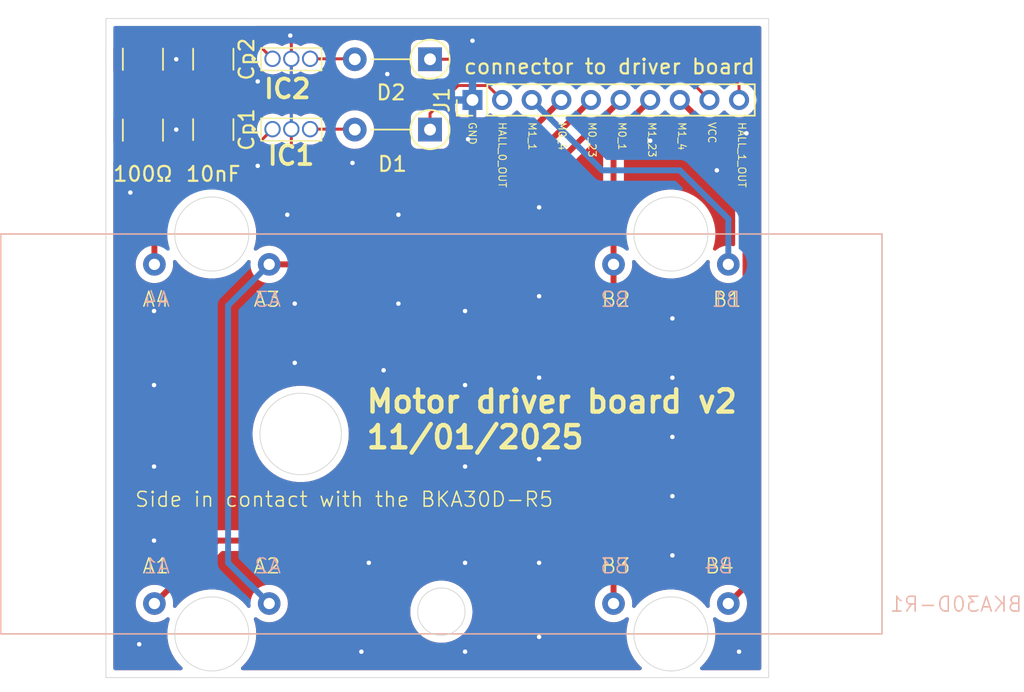
<source format=kicad_pcb>
(kicad_pcb (version 20240108) (generator "pcbnew") (generator_version "8.0")
  (layers (0 "F.Cu" signal) (31 "B.Cu" signal) (34 "B.Paste" user) (35 "F.Paste" user) (36 "B.SilkS" user "B.Silkscreen") (37 "F.SilkS" user "F.Silkscreen") (38 "B.Mask" user) (39 "F.Mask" user) (44 "Edge.Cuts" user))
  (net 0 "")
  (net 1 "Net-(D1-A)")
  (net 2 "Net-(IC1-VCC)")
  (net 3 "Net-(IC2-VCC)")
  (net 4 "GND")
  (net 5 "/HALL_0_OUT")
  (net 6 "/M1_4")
  (net 7 "/M1_23")
  (net 8 "/M1_1")
  (net 9 "/M0_1")
  (net 10 "/M0_4")
  (net 11 "/M0_23")
  (net 12 "VCC")
  (net 13 "Net-(D2-A)")
  (net 14 "/HALL_1_OUT")
  (footprint "Diode_THT:D_DO-35_SOD27_P5.08mm_Vertical_AnodeUp" (layer "F.Cu") (at 182.634315 31 180)
    (property "Reference" "D2" (at 2.634315 -2.25 0) (layer "F.SilkS"))
    (property "Value" "1N4148" (hide yes))
    (fp_line (start 1.326371 0) (end 3.98 0) (stroke (width 0.12)) (layer "F.SilkS"))
    (fp_circle (center 0 0) (end 1.326371 0) (stroke (width 0.12)) (fill none) (layer "F.SilkS"))
    (pad "1" thru_hole rect (at 0 0 180) (size 1.6 1.6) (drill 0.8) (layers "*.Cu" "*.Mask") (net 14 "/HALL_1_OUT"))
    (pad "2" thru_hole oval (at 5.08 0 180) (size 1.6 1.6) (drill 0.8) (layers "*.Cu" "*.Mask") (net 13 "Net-(D2-A)"))
  )
  (footprint "Resistor_SMD:R_1210_3225Metric" (layer "F.Cu") (at 163.25 35.7875 -90)
    (property "Reference" "Rv1" (hide yes))
    (property "Value" "100Ω" (at 2.9625 0 0) (layer "F.SilkS"))
    (fp_line (start -0.723737 1.355) (end 0.723737 1.355) (stroke (width 0.12)) (layer "F.SilkS"))
    (fp_line (start -0.723737 -1.355) (end 0.723737 -1.355) (stroke (width 0.12)) (layer "F.SilkS"))
    (pad "1" smd roundrect (at -1.4625 0 270) (size 1.125 2.65) (layers "F.Cu" "F.Paste" "F.Mask") (roundrect_rratio 0.222222) (net 12 "VCC"))
    (pad "2" smd roundrect (at 1.4625 0 270) (size 1.125 2.65) (layers "F.Cu" "F.Paste" "F.Mask") (roundrect_rratio 0.222222) (net 2 "Net-(IC1-VCC)"))
  )
  (footprint "Diode_THT:D_DO-35_SOD27_P5.08mm_Vertical_AnodeUp" (layer "F.Cu") (at 182.634315 35.75 180)
    (property "Reference" "D1" (at 2.54 -2.326371 0) (layer "F.SilkS"))
    (property "Value" "1N4148" (hide yes))
    (fp_line (start 1.326371 0) (end 3.98 0) (stroke (width 0.12)) (layer "F.SilkS"))
    (fp_circle (center 0 0) (end 1.326371 0) (stroke (width 0.12)) (fill none) (layer "F.SilkS"))
    (pad "1" thru_hole rect (at 0 0 180) (size 1.6 1.6) (drill 0.8) (layers "*.Cu" "*.Mask") (net 5 "/HALL_0_OUT"))
    (pad "2" thru_hole oval (at 5.08 0 180) (size 1.6 1.6) (drill 0.8) (layers "*.Cu" "*.Mask") (net 1 "Net-(D1-A)"))
  )
  (footprint "Samacsys:A1101EUAT" (layer "F.Cu") (at 172 35.72)
    (property "Reference" "IC1" (hide yes))
    (property "Value" "HAL1503UA-A" (hide yes))
    (fp_line (start -1.33 0) (end -1.33 0) (stroke (width 0.2)) (layer "F.SilkS"))
    (fp_line (start -1.23 0) (end -1.23 0) (stroke (width 0.2)) (layer "F.SilkS"))
    (fp_line (start -0.775 -0.73) (end 3.315 -0.73) (stroke (width 0.1)) (layer "F.SilkS"))
    (fp_line (start -0.775 0.79) (end -0.775 -0.73) (stroke (width 0.1)) (layer "F.SilkS"))
    (fp_line (start 3.315 -0.73) (end 3.315 0.79) (stroke (width 0.1)) (layer "F.SilkS"))
    (fp_line (start 3.315 0.79) (end -0.775 0.79) (stroke (width 0.1)) (layer "F.SilkS"))
    (fp_arc (start -1.33 0) (mid -1.28 -0.05) (end -1.23 0) (stroke (width 0.2)) (layer "F.SilkS"))
    (fp_arc (start -1.23 0) (mid -1.28 0.05) (end -1.33 0) (stroke (width 0.2)) (layer "F.SilkS"))
    (fp_text user "${REFERENCE}" (at 1.25 1.78 0) (layer "F.SilkS") (effects (font (size 1.27 1.27) (thickness 0.254))))
    (pad "1" thru_hole circle (at 0 0) (size 1.1 1.1) (drill 0.85) (layers "*.Cu" "*.Mask") (net 2 "Net-(IC1-VCC)"))
    (pad "2" thru_hole circle (at 1.27 0) (size 1.1 1.1) (drill 0.85) (layers "*.Cu" "*.Mask") (net 4 "GND"))
    (pad "3" thru_hole circle (at 2.54 0) (size 1.1 1.1) (drill 0.85) (layers "*.Cu" "*.Mask") (net 1 "Net-(D1-A)"))
  )
  (footprint "Capacitor_SMD:C_1210_3225Metric" (layer "F.Cu") (at 168 35.75 90)
    (property "Reference" "Cp1" (at 0 2.25 90) (layer "F.SilkS"))
    (property "Value" "10nF" (at -3 0 0) (layer "F.SilkS"))
    (fp_line (start -0.711252 -1.36) (end 0.711252 -1.36) (stroke (width 0.12)) (layer "F.SilkS"))
    (fp_line (start -0.711252 1.36) (end 0.711252 1.36) (stroke (width 0.12)) (layer "F.SilkS"))
    (pad "1" smd roundrect (at -1.475 0 90) (size 1.15 2.7) (layers "F.Cu" "F.Paste" "F.Mask") (roundrect_rratio 0.217391) (net 2 "Net-(IC1-VCC)"))
    (pad "2" smd roundrect (at 1.475 0 90) (size 1.15 2.7) (layers "F.Cu" "F.Paste" "F.Mask") (roundrect_rratio 0.217391) (net 4 "GND"))
  )
  (footprint "Resistor_SMD:R_1210_3225Metric" (layer "F.Cu") (at 163.25 31 90)
    (property "Reference" "Rv2" (hide yes))
    (property "Value" "100Ω" (hide yes))
    (fp_line (start -0.723737 -1.355) (end 0.723737 -1.355) (stroke (width 0.12)) (layer "F.SilkS"))
    (fp_line (start -0.723737 1.355) (end 0.723737 1.355) (stroke (width 0.12)) (layer "F.SilkS"))
    (pad "1" smd roundrect (at -1.4625 0 90) (size 1.125 2.65) (layers "F.Cu" "F.Paste" "F.Mask") (roundrect_rratio 0.222222) (net 12 "VCC"))
    (pad "2" smd roundrect (at 1.4625 0 90) (size 1.125 2.65) (layers "F.Cu" "F.Paste" "F.Mask") (roundrect_rratio 0.222222) (net 3 "Net-(IC2-VCC)"))
  )
  (footprint "Capacitor_SMD:C_1210_3225Metric" (layer "F.Cu") (at 168 31 -90)
    (property "Reference" "Cp2" (at 0 -2.25 90) (layer "F.SilkS"))
    (property "Value" "10nF" (hide yes))
    (fp_line (start -0.711252 1.36) (end 0.711252 1.36) (stroke (width 0.12)) (layer "F.SilkS"))
    (fp_line (start -0.711252 -1.36) (end 0.711252 -1.36) (stroke (width 0.12)) (layer "F.SilkS"))
    (pad "1" smd roundrect (at -1.475 0 270) (size 1.15 2.7) (layers "F.Cu" "F.Paste" "F.Mask") (roundrect_rratio 0.217391) (net 3 "Net-(IC2-VCC)"))
    (pad "2" smd roundrect (at 1.475 0 270) (size 1.15 2.7) (layers "F.Cu" "F.Paste" "F.Mask") (roundrect_rratio 0.217391) (net 4 "GND"))
  )
  (footprint "Connector_PinHeader_2.00mm:PinHeader_1x10_P2.00mm_Vertical" (layer "F.Cu") (at 185.5 33.75 90)
    (property "Reference" "J1" (at 0 -2.06 90) (layer "F.SilkS"))
    (property "Value" "connector to driver board" (at 2.25 9.25 180) (layer "F.SilkS"))
    (fp_line (start -1.06 -1.06) (end 0 -1.06) (stroke (width 0.12)) (layer "F.SilkS"))
    (fp_line (start -1.06 0) (end -1.06 -1.06) (stroke (width 0.12)) (layer "F.SilkS"))
    (fp_line (start 1.06 1) (end 1.06 19.06) (stroke (width 0.12)) (layer "F.SilkS"))
    (fp_line (start -1.06 1) (end 1.06 1) (stroke (width 0.12)) (layer "F.SilkS"))
    (fp_line (start -1.06 1) (end -1.06 19.06) (stroke (width 0.12)) (layer "F.SilkS"))
    (fp_line (start -1.06 19.06) (end 1.06 19.06) (stroke (width 0.12)) (layer "F.SilkS"))
    (pad "1" thru_hole rect (at 0 0 90) (size 1.35 1.35) (drill 0.8) (layers "*.Cu" "*.Mask") (net 4 "GND"))
    (pad "2" thru_hole oval (at 0 2 90) (size 1.35 1.35) (drill 0.8) (layers "*.Cu" "*.Mask") (net 5 "/HALL_0_OUT"))
    (pad "3" thru_hole oval (at 0 4 90) (size 1.35 1.35) (drill 0.8) (layers "*.Cu" "*.Mask") (net 8 "/M1_1"))
    (pad "4" thru_hole oval (at 0 6 90) (size 1.35 1.35) (drill 0.8) (layers "*.Cu" "*.Mask") (net 10 "/M0_4"))
    (pad "5" thru_hole oval (at 0 8 90) (size 1.35 1.35) (drill 0.8) (layers "*.Cu" "*.Mask") (net 11 "/M0_23"))
    (pad "6" thru_hole oval (at 0 10 90) (size 1.35 1.35) (drill 0.8) (layers "*.Cu" "*.Mask") (net 9 "/M0_1"))
    (pad "7" thru_hole oval (at 0 12 90) (size 1.35 1.35) (drill 0.8) (layers "*.Cu" "*.Mask") (net 7 "/M1_23"))
    (pad "8" thru_hole oval (at 0 14 90) (size 1.35 1.35) (drill 0.8) (layers "*.Cu" "*.Mask") (net 6 "/M1_4"))
    (pad "9" thru_hole oval (at 0 16 90) (size 1.35 1.35) (drill 0.8) (layers "*.Cu" "*.Mask") (net 12 "VCC"))
    (pad "10" thru_hole oval (at 0 18 90) (size 1.35 1.35) (drill 0.8) (layers "*.Cu" "*.Mask") (net 14 "/HALL_1_OUT"))
  )
  (footprint "Samacsys:A1101EUAT" (layer "F.Cu") (at 172 30.97)
    (property "Reference" "IC2" (hide yes))
    (property "Value" "HAL1503UA-A" (hide yes))
    (fp_line (start -1.33 0) (end -1.33 0) (stroke (width 0.2)) (layer "F.SilkS"))
    (fp_line (start -1.23 0) (end -1.23 0) (stroke (width 0.2)) (layer "F.SilkS"))
    (fp_line (start -0.775 -0.73) (end 3.315 -0.73) (stroke (width 0.1)) (layer "F.SilkS"))
    (fp_line (start -0.775 0.79) (end -0.775 -0.73) (stroke (width 0.1)) (layer "F.SilkS"))
    (fp_line (start 3.315 -0.73) (end 3.315 0.79) (stroke (width 0.1)) (layer "F.SilkS"))
    (fp_line (start 3.315 0.79) (end -0.775 0.79) (stroke (width 0.1)) (layer "F.SilkS"))
    (fp_arc (start -1.33 0) (mid -1.28 -0.05) (end -1.23 0) (stroke (width 0.2)) (layer "F.SilkS"))
    (fp_arc (start -1.23 0) (mid -1.28 0.05) (end -1.33 0) (stroke (width 0.2)) (layer "F.SilkS"))
    (fp_text user "${REFERENCE}" (at 1 2.03 0) (layer "F.SilkS") (effects (font (size 1.27 1.27) (thickness 0.254))))
    (pad "1" thru_hole circle (at 0 0) (size 1.1 1.1) (drill 0.85) (layers "*.Cu" "*.Mask") (net 3 "Net-(IC2-VCC)"))
    (pad "2" thru_hole circle (at 1.27 0) (size 1.1 1.1) (drill 0.85) (layers "*.Cu" "*.Mask") (net 4 "GND"))
    (pad "3" thru_hole circle (at 2.54 0) (size 1.1 1.1) (drill 0.85) (layers "*.Cu" "*.Mask") (net 13 "Net-(D2-A)"))
  )
  (footprint "perso:BKA30D-R5" (layer "B.Cu") (at 213.15 69.8 180)
    (property "Reference" "BKA30D-R1" (at -5 2 0) (layer "B.SilkS") (effects (font (thickness 0.1)) (justify mirror)))
    (property "Value" "~")
    (fp_line (start 59.5 27) (end 0 27) (stroke (width 0.1)) (layer "B.SilkS"))
    (fp_line (start 59.5 0) (end 59.5 27) (stroke (width 0.1)) (layer "B.SilkS"))
    (fp_line (start 0 27) (end 0 0) (stroke (width 0.1)) (layer "B.SilkS"))
    (fp_line (start 0 0) (end 59.5 0) (stroke (width 0.1)) (layer "B.SilkS"))
    (fp_circle (center 45.25 27) (end 47.75 27) (stroke (width 0.05)) (fill none) (layer "Edge.Cuts"))
    (fp_circle (center 45.25 0) (end 47.75 0) (stroke (width 0.05)) (fill none) (layer "Edge.Cuts"))
    (fp_circle (center 39.25 13.5) (end 42 13.5) (stroke (width 0.05)) (fill none) (layer "Edge.Cuts"))
    (fp_circle (center 29.75 1.5) (end 31.35 1.5) (stroke (width 0.05)) (fill none) (layer "Edge.Cuts"))
    (fp_circle (center 14.25 27) (end 16.75 27) (stroke (width 0.05)) (fill none) (layer "Edge.Cuts"))
    (fp_circle (center 14.25 0) (end 16.75 0) (stroke (width 0.05)) (fill none) (layer "Edge.Cuts"))
    (fp_text user "B3" (at 17 4 0) (layer "B.SilkS") (effects (font (thickness 0.1)) (justify left bottom mirror)))
    (fp_text user "A3" (at 40.5 22 0) (layer "B.SilkS") (effects (font (thickness 0.1)) (justify left bottom mirror)))
    (fp_text user "B2" (at 17 22 0) (layer "B.SilkS") (effects (font (thickness 0.1)) (justify left bottom mirror)))
    (fp_text user "B1" (at 9.5 22 0) (layer "B.SilkS") (effects (font (thickness 0.1)) (justify left bottom mirror)))
    (fp_text user "A4" (at 48 22 0) (layer "B.SilkS") (effects (font (thickness 0.1)) (justify left bottom mirror)))
    (fp_text user "A1" (at 48 4 0) (layer "B.SilkS") (effects (font (thickness 0.1)) (justify left bottom mirror)))
    (fp_text user "B4" (at 10 4 0) (layer "B.SilkS") (effects (font (thickness 0.1)) (justify left bottom mirror)))
    (fp_text user "A2" (at 40.5 4 0) (layer "B.SilkS") (effects (font (thickness 0.1)) (justify left bottom mirror)))
    (fp_text user "A2" (at 42.5 4 0) (layer "F.SilkS") (effects (font (thickness 0.1)) (justify left bottom)))
    (fp_text user "B3" (at 19 4 0) (layer "F.SilkS") (effects (font (thickness 0.1)) (justify left bottom)))
    (fp_text user "B1" (at 11.5 22 0) (layer "F.SilkS") (effects (font (thickness 0.1)) (justify left bottom)))
    (fp_text user "A3" (at 42.5 22 0) (layer "F.SilkS") (effects (font (thickness 0.1)) (justify left bottom)))
    (fp_text user "B4" (at 12 4 0) (layer "F.SilkS") (effects (font (thickness 0.1)) (justify left bottom)))
    (fp_text user "A1" (at 50 4 0) (layer "F.SilkS") (effects (font (thickness 0.1)) (justify left bottom)))
    (fp_text user "A4" (at 50 22 0) (layer "F.SilkS") (effects (font (thickness 0.1)) (justify left bottom)))
    (fp_text user "Side in contact with the BKA30D-R5" (at 50.5 8.5 0) (layer "F.SilkS") (effects (font (thickness 0.1)) (justify left bottom)))
    (fp_text user "B2" (at 19 22 0) (layer "F.SilkS") (effects (font (thickness 0.1)) (justify left bottom)))
    (pad "A1" thru_hole circle (at 49.125 2.05 180) (size 1.524 1.524) (drill 0.762) (layers "*.Cu" "*.Mask") (net 9 "/M0_1"))
    (pad "A2" thru_hole circle (at 41.375 2.05 180) (size 1.524 1.524) (drill 0.762) (layers "*.Cu" "*.Mask") (net 11 "/M0_23"))
    (pad "A3" thru_hole circle (at 41.375 24.95 180) (size 1.524 1.524) (drill 0.762) (layers "*.Cu" "*.Mask") (net 11 "/M0_23"))
    (pad "A4" thru_hole circle (at 49.125 24.95 180) (size 1.524 1.524) (drill 0.762) (layers "*.Cu" "*.Mask") (net 10 "/M0_4"))
    (pad "B1" thru_hole circle (at 10.375 24.95 180) (size 1.524 1.524) (drill 0.762) (layers "*.Cu" "*.Mask") (net 8 "/M1_1"))
    (pad "B2" thru_hole circle (at 18.125 24.95 180) (size 1.524 1.524) (drill 0.762) (layers "*.Cu" "*.Mask") (net 7 "/M1_23"))
    (pad "B3" thru_hole circle (at 18.125 2.05 180) (size 1.524 1.524) (drill 0.762) (layers "*.Cu" "*.Mask") (net 7 "/M1_23"))
    (pad "B4" thru_hole circle (at 10.375 2.05 180) (size 1.524 1.524) (drill 0.762) (layers "*.Cu" "*.Mask") (net 6 "/M1_4"))
  )
  (gr_rect (start 160.75 28.25) (end 205.5 72.75) (stroke (width 0.05)) (fill none) (layer "Edge.Cuts"))
  (gr_text "M0_1" (at 195.31111 35.2 270) (layer "F.SilkS") (effects (font (size 0.5 0.5) (thickness 0.07)) (justify left bottom)))
  (gr_text "HALL_0_OUT" (at 187.222222 35.2 270) (layer "F.SilkS") (effects (font (size 0.5 0.5) (thickness 0.07)) (justify left bottom)))
  (gr_text "M0_23" (at 193.288888 35.2 270) (layer "F.SilkS") (effects (font (size 0.5 0.5) (thickness 0.07)) (justify left bottom)))
  (gr_text "M1_23" (at 197.333332 35.2 270) (layer "F.SilkS") (effects (font (size 0.5 0.5) (thickness 0.07)) (justify left bottom)))
  (gr_text "GND" (at 185.2 35.2 270) (layer "F.SilkS") (effects (font (size 0.5 0.5) (thickness 0.07)) (justify left bottom)))
  (gr_text "HALL_1_OUT" (at 203.4 35.2 -90) (layer "F.SilkS") (effects (font (size 0.5 0.5) (thickness 0.07)) (justify left bottom)))
  (gr_text "Motor driver board v2\n11/01/2025" (at 178.2 57.4 0) (layer "F.SilkS") (effects (font (size 1.5 1.5) (thickness 0.3) (bold yes)) (justify left bottom)))
  (gr_text "M1_1" (at 189.244444 35.2 270) (layer "F.SilkS") (effects (font (size 0.5 0.5) (thickness 0.07)) (justify left bottom)))
  (gr_text "M0_4" (at 191.266666 35.2 270) (layer "F.SilkS") (effects (font (size 0.5 0.5) (thickness 0.07)) (justify left bottom)))
  (gr_text "M1_4" (at 199.355554 35.2 270) (layer "F.SilkS") (effects (font (size 0.5 0.5) (thickness 0.07)) (justify left bottom)))
  (gr_text "VCC" (at 201.377776 35.2 270) (layer "F.SilkS") (effects (font (size 0.5 0.5) (thickness 0.07)) (justify left bottom)))
  (segment (start 177.524315 35.72) (end 177.554315 35.75) (width 0.2) (layer "F.Cu") (net 1))
  (segment (start 174.54 35.72) (end 177.524315 35.72) (width 0.2) (layer "F.Cu") (net 1))
  (segment (start 163.25 37.25) (end 167.975 37.25) (width 0.2) (layer "F.Cu") (net 2))
  (segment (start 167.975 37.25) (end 168 37.225) (width 0.2) (layer "F.Cu") (net 2))
  (segment (start 168 37.225) (end 170.495 37.225) (width 0.2) (layer "F.Cu") (net 2))
  (segment (start 170.495 37.225) (end 172 35.72) (width 0.2) (layer "F.Cu") (net 2))
  (segment (start 170.555 29.525) (end 172 30.97) (width 0.2) (layer "F.Cu") (net 3))
  (segment (start 167.9875 29.5375) (end 168 29.525) (width 0.2) (layer "F.Cu") (net 3))
  (segment (start 163.25 29.5375) (end 167.9875 29.5375) (width 0.2) (layer "F.Cu") (net 3))
  (segment (start 168 29.525) (end 170.555 29.525) (width 0.2) (layer "F.Cu") (net 3))
  (segment (start 173.27 34.47) (end 173.075 34.275) (width 0.2) (layer "F.Cu") (net 4))
  (segment (start 173.1 32.5) (end 173.27 32.33) (width 0.2) (layer "F.Cu") (net 4))
  (segment (start 173.27 30.97) (end 173.27 29.47) (width 0.2) (layer "F.Cu") (net 4))
  (segment (start 172.4 38.2) (end 171 38.2) (width 0.2) (layer "F.Cu") (net 4))
  (segment (start 171 32.5) (end 173.1 32.5) (width 0.2) (layer "F.Cu") (net 4))
  (segment (start 173.27 35.72) (end 173.27 34.47) (width 0.2) (layer "F.Cu") (net 4))
  (segment (start 173.27 29.47) (end 173.2 29.4) (width 0.2) (layer "F.Cu") (net 4))
  (segment (start 173.27 32.33) (end 173.27 30.97) (width 0.2) (layer "F.Cu") (net 4))
  (segment (start 173.27 35.72) (end 173.27 37.33) (width 0.2) (layer "F.Cu") (net 4))
  (segment (start 173.075 34.275) (end 168 34.275) (width 0.2) (layer "F.Cu") (net 4))
  (segment (start 173.27 37.33) (end 172.4 38.2) (width 0.2) (layer "F.Cu") (net 4))
  (via (at 178.5 65) (size 0.6) (drill 0.3) (layers "F.Cu" "B.Cu") (net 4))
  (via (at 203.5 71) (size 0.6) (drill 0.3) (layers "F.Cu" "B.Cu") (net 4))
  (via (at 173.2 29.4) (size 0.6) (drill 0.3) (layers "F.Cu" "B.Cu") (net 4))
  (via (at 190 41) (size 0.6) (drill 0.3) (layers "F.Cu" "B.Cu") (net 4))
  (via (at 179.5 52) (size 0.6) (drill 0.3) (layers "F.Cu" "B.Cu") (net 4))
  (via (at 190 47) (size 0.6) (drill 0.3) (layers "F.Cu" "B.Cu") (net 4))
  (via (at 199 52.5) (size 0.6) (drill 0.3) (layers "F.Cu" "B.Cu") (net 4))
  (via (at 171 38.2) (size 0.6) (drill 0.3) (layers "F.Cu" "B.Cu") (net 4))
  (via (at 177.4 38) (size 0.6) (drill 0.3) (layers "F.Cu" "B.Cu") (net 4))
  (via (at 202 38.5) (size 0.6) (drill 0.3) (layers "F.Cu" "B.Cu") (net 4))
  (via (at 190 70) (size 0.6) (drill 0.3) (layers "F.Cu" "B.Cu") (net 4))
  (via (at 185 53) (size 0.6) (drill 0.3) (layers "F.Cu" "B.Cu") (net 4))
  (via (at 173.5 47.5) (size 0.6) (drill 0.3) (layers "F.Cu" "B.Cu") (net 4))
  (via (at 197.5 36.5) (size 0.6) (drill 0.3) (layers "F.Cu" "B.Cu") (net 4))
  (via (at 190 65) (size 0.6) (drill 0.3) (layers "F.Cu" "B.Cu") (net 4))
  (via (at 180.5 47.5) (size 0.6) (drill 0.3) (layers "F.Cu" "B.Cu") (net 4))
  (via (at 178 71) (size 0.6) (drill 0.3) (layers "F.Cu" "B.Cu") (net 4))
  (via (at 164 53) (size 0.6) (drill 0.3) (layers "F.Cu" "B.Cu") (net 4))
  (via (at 162.4 40) (size 0.6) (drill 0.3) (layers "F.Cu" "B.Cu") (net 4))
  (via (at 190 58) (size 0.6) (drill 0.3) (layers "F.Cu" "B.Cu") (net 4))
  (via (at 185 48) (size 0.6) (drill 0.3) (layers "F.Cu" "B.Cu") (net 4))
  (via (at 173.5 51.5) (size 0.6) (drill 0.3) (layers "F.Cu" "B.Cu") (net 4))
  (via (at 185.2 36.4) (size 0.6) (drill 0.3) (layers "F.Cu" "B.Cu") (net 4))
  (via (at 179.75 32) (size 0.6) (drill 0.3) (layers "F.Cu" "B.Cu") (net 4))
  (via (at 171 32.5) (size 0.6) (drill 0.3) (layers "F.Cu" "B.Cu") (net 4))
  (via (at 164 48) (size 0.6) (drill 0.3) (layers "F.Cu" "B.Cu") (net 4))
  (via (at 199 64.5) (size 0.6) (drill 0.3) (layers "F.Cu" "B.Cu") (net 4))
  (via (at 204 36) (size 0.6) (drill 0.3) (layers "F.Cu" "B.Cu") (net 4))
  (via (at 190 52.5) (size 0.6) (drill 0.3) (layers "F.Cu" "B.Cu") (net 4))
  (via (at 164 63.5) (size 0.6) (drill 0.3) (layers "F.Cu" "B.Cu") (net 4))
  (via (at 199 48.5) (size 0.6) (drill 0.3) (layers "F.Cu" "B.Cu") (net 4))
  (via (at 185 65) (size 0.6) (drill 0.3) (layers "F.Cu" "B.Cu") (net 4))
  (via (at 165.5 35.75) (size 0.6) (drill 0.3) (layers "F.Cu" "B.Cu") (net 4))
  (via (at 163 70.5) (size 0.6) (drill 0.3) (layers "F.Cu" "B.Cu") (net 4))
  (via (at 185 71) (size 0.6) (drill 0.3) (layers "F.Cu" "B.Cu") (net 4))
  (via (at 180.5 41.5) (size 0.6) (drill 0.3) (layers "F.Cu" "B.Cu") (net 4))
  (via (at 185.5 29.75) (size 0.6) (drill 0.3) (layers "F.Cu" "B.Cu") (net 4))
  (via (at 173 41.5) (size 0.6) (drill 0.3) (layers "F.Cu" "B.Cu") (net 4))
  (via (at 199 56.5) (size 0.6) (drill 0.3) (layers "F.Cu" "B.Cu") (net 4))
  (via (at 199 60.5) (size 0.6) (drill 0.3) (layers "F.Cu" "B.Cu") (net 4))
  (via (at 164 58.5) (size 0.6) (drill 0.3) (layers "F.Cu" "B.Cu") (net 4))
  (via (at 185 58.5) (size 0.6) (drill 0.3) (layers "F.Cu" "B.Cu") (net 4))
  (via (at 165.5 31) (size 0.6) (drill 0.3) (layers "F.Cu" "B.Cu") (net 4))
  (segment (start 173.27 30.97) (end 173.27 35.72) (width 0.2) (layer "B.Cu") (net 4))
  (segment (start 182.634315 35.75) (end 182.634315 34.665685) (width 0.2) (layer "F.Cu") (net 5))
  (segment (start 184.525 32.775) (end 186.525 32.775) (width 0.2) (layer "F.Cu") (net 5))
  (segment (start 182.634315 34.665685) (end 184.525 32.775) (width 0.2) (layer "F.Cu") (net 5))
  (segment (start 186.525 32.775) (end 187.5 33.75) (width 0.2) (layer "F.Cu") (net 5))
  (segment (start 202.775 67.75) (end 203.937 66.588) (width 0.4) (layer "F.Cu") (net 6))
  (segment (start 203.937 38.187) (end 199.5 33.75) (width 0.4) (layer "F.Cu") (net 6))
  (segment (start 203.937 66.588) (end 203.937 38.187) (width 0.4) (layer "F.Cu") (net 6))
  (segment (start 195.025 44.85) (end 195.025 36.225) (width 0.4) (layer "F.Cu") (net 7))
  (segment (start 195.025 36.225) (end 197.5 33.75) (width 0.4) (layer "F.Cu") (net 7))
  (segment (start 195.025 44.85) (end 195.025 67.75) (width 0.4) (layer "F.Cu") (net 7))
  (segment (start 194.25 38.5) (end 199.5 38.5) (width 0.4) (layer "B.Cu") (net 8))
  (segment (start 202.775 41.775) (end 202.775 44.85) (width 0.4) (layer "B.Cu") (net 8))
  (segment (start 189.5 33.75) (end 194.25 38.5) (width 0.4) (layer "B.Cu") (net 8))
  (segment (start 199.5 38.5) (end 202.775 41.775) (width 0.4) (layer "B.Cu") (net 8))
  (segment (start 183.238 54.262) (end 174 63.5) (width 0.4) (layer "F.Cu") (net 9))
  (segment (start 174 63.5) (end 168.275 63.5) (width 0.4) (layer "F.Cu") (net 9))
  (segment (start 183.238 46.012) (end 183.238 54.262) (width 0.4) (layer "F.Cu") (net 9))
  (segment (start 168.275 63.5) (end 164.025 67.75) (width 0.4) (layer "F.Cu") (net 9))
  (segment (start 195.5 33.75) (end 183.238 46.012) (width 0.4) (layer "F.Cu") (net 9))
  (segment (start 164.025 44.85) (end 164.025 42.139217) (width 0.4) (layer "F.Cu") (net 10))
  (segment (start 164.025 42.139217) (end 166.664217 39.5) (width 0.4) (layer "F.Cu") (net 10))
  (segment (start 185.75 39.5) (end 191.5 33.75) (width 0.4) (layer "F.Cu") (net 10))
  (segment (start 166.664217 39.5) (end 185.75 39.5) (width 0.4) (layer "F.Cu") (net 10))
  (segment (start 193.5 33.75) (end 182.4 44.85) (width 0.4) (layer "F.Cu") (net 11))
  (segment (start 182.4 44.85) (end 171.775 44.85) (width 0.4) (layer "F.Cu") (net 11))
  (segment (start 169 47.625) (end 169 65) (width 0.4) (layer "B.Cu") (net 11))
  (segment (start 169 65) (end 170.475 66.475) (width 0.4) (layer "B.Cu") (net 11))
  (segment (start 171.775 44.85) (end 169 47.625) (width 0.4) (layer "B.Cu") (net 11))
  (segment (start 170.5 66.475) (end 171.775 67.75) (width 0.4) (layer "B.Cu") (net 11))
  (segment (start 170.475 66.475) (end 170.5 66.475) (width 0.4) (layer "B.Cu") (net 11))
  (segment (start 184.5 31.75) (end 199.5 31.75) (width 0.2) (layer "F.Cu") (net 12))
  (segment (start 163.25 34.325) (end 163.25 32.4625) (width 0.2) (layer "F.Cu") (net 12))
  (segment (start 163.25 32.4625) (end 164.1375 33.35) (width 0.2) (layer "F.Cu") (net 12))
  (segment (start 164.1375 33.35) (end 182.9 33.35) (width 0.2) (layer "F.Cu") (net 12))
  (segment (start 182.9 33.35) (end 184.5 31.75) (width 0.2) (layer "F.Cu") (net 12))
  (segment (start 199.5 31.75) (end 201.5 33.75) (width 0.2) (layer "F.Cu") (net 12))
  (segment (start 177.524315 30.97) (end 177.554315 31) (width 0.2) (layer "F.Cu") (net 13))
  (segment (start 174.54 30.97) (end 177.524315 30.97) (width 0.2) (layer "F.Cu") (net 13))
  (segment (start 182.634315 31) (end 201.75 31) (width 0.2) (layer "F.Cu") (net 14))
  (segment (start 203.5 32.75) (end 203.5 33.75) (width 0.2) (layer "F.Cu") (net 14))
  (segment (start 201.75 31) (end 203.5 32.75) (width 0.2) (layer "F.Cu") (net 14))
  (zone (net 4) (net_name "GND") (layers "F&B.Cu") (connect_pads (clearance 0.5)) (min_thickness 0.25) (fill yes (thermal_gap 0.5) (thermal_bridge_width 0.5))
    (polygon (pts (xy 160 27) (xy 206.75 27) (xy 206.75 73.75) (xy 159.5 73.75)))
  )
)
</source>
